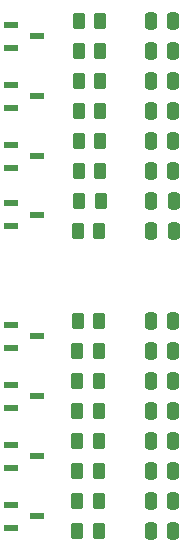
<source format=gtp>
%TF.GenerationSoftware,KiCad,Pcbnew,8.0.7*%
%TF.CreationDate,2025-04-25T11:02:29+02:00*%
%TF.ProjectId,Signal Protection,5369676e-616c-4205-9072-6f7465637469,V1*%
%TF.SameCoordinates,Original*%
%TF.FileFunction,Paste,Top*%
%TF.FilePolarity,Positive*%
%FSLAX46Y46*%
G04 Gerber Fmt 4.6, Leading zero omitted, Abs format (unit mm)*
G04 Created by KiCad (PCBNEW 8.0.7) date 2025-04-25 11:02:29*
%MOMM*%
%LPD*%
G01*
G04 APERTURE LIST*
G04 Aperture macros list*
%AMRoundRect*
0 Rectangle with rounded corners*
0 $1 Rounding radius*
0 $2 $3 $4 $5 $6 $7 $8 $9 X,Y pos of 4 corners*
0 Add a 4 corners polygon primitive as box body*
4,1,4,$2,$3,$4,$5,$6,$7,$8,$9,$2,$3,0*
0 Add four circle primitives for the rounded corners*
1,1,$1+$1,$2,$3*
1,1,$1+$1,$4,$5*
1,1,$1+$1,$6,$7*
1,1,$1+$1,$8,$9*
0 Add four rect primitives between the rounded corners*
20,1,$1+$1,$2,$3,$4,$5,0*
20,1,$1+$1,$4,$5,$6,$7,0*
20,1,$1+$1,$6,$7,$8,$9,0*
20,1,$1+$1,$8,$9,$2,$3,0*%
G04 Aperture macros list end*
%ADD10RoundRect,0.250000X0.262500X0.450000X-0.262500X0.450000X-0.262500X-0.450000X0.262500X-0.450000X0*%
%ADD11R,1.150000X0.600000*%
%ADD12RoundRect,0.250000X-0.250000X-0.475000X0.250000X-0.475000X0.250000X0.475000X-0.250000X0.475000X0*%
G04 APERTURE END LIST*
D10*
%TO.C,R11*%
X12215500Y-30490000D03*
X10390500Y-30490000D03*
%TD*%
D11*
%TO.C,D6*%
X4785000Y-33330000D03*
X4785000Y-35250000D03*
X6985000Y-34290000D03*
%TD*%
D12*
%TO.C,C16*%
X16615500Y-45720000D03*
X18515500Y-45720000D03*
%TD*%
%TO.C,C4*%
X16615499Y-10160000D03*
X18515499Y-10160000D03*
%TD*%
D10*
%TO.C,R3*%
X12215500Y-35560000D03*
X10390500Y-35560000D03*
%TD*%
D12*
%TO.C,C15*%
X16615500Y-43180000D03*
X18515500Y-43180000D03*
%TD*%
D10*
%TO.C,R14*%
X12342500Y-12700000D03*
X10517500Y-12700000D03*
%TD*%
%TO.C,R10*%
X12342500Y-15250000D03*
X10517500Y-15250000D03*
%TD*%
D11*
%TO.C,D1*%
X4785000Y-2850000D03*
X4785000Y-4770000D03*
X6985000Y-3810000D03*
%TD*%
D10*
%TO.C,R6*%
X12366000Y-17780000D03*
X10541000Y-17780000D03*
%TD*%
D12*
%TO.C,C10*%
X16615500Y-30480000D03*
X18515500Y-30480000D03*
%TD*%
%TO.C,C5*%
X16615500Y-12700000D03*
X18515500Y-12700000D03*
%TD*%
%TO.C,C9*%
X16615500Y-27940000D03*
X18515500Y-27940000D03*
%TD*%
%TO.C,C8*%
X18539000Y-20320000D03*
X16639000Y-20320000D03*
%TD*%
D11*
%TO.C,D3*%
X4785000Y-13010000D03*
X4785000Y-14930000D03*
X6985000Y-13970000D03*
%TD*%
D12*
%TO.C,C12*%
X16615500Y-35560000D03*
X18515500Y-35560000D03*
%TD*%
%TO.C,C7*%
X16639000Y-17790000D03*
X18539000Y-17790000D03*
%TD*%
D11*
%TO.C,D8*%
X4785000Y-43490000D03*
X4785000Y-45410000D03*
X6985000Y-44450000D03*
%TD*%
D10*
%TO.C,R9*%
X12342500Y-5080000D03*
X10517500Y-5080000D03*
%TD*%
D11*
%TO.C,D4*%
X4785000Y-17963000D03*
X4785000Y-19883000D03*
X6985000Y-18923000D03*
%TD*%
%TO.C,D7*%
X4785000Y-38410000D03*
X4785000Y-40330000D03*
X6985000Y-39370000D03*
%TD*%
D12*
%TO.C,C2*%
X16615500Y-5080000D03*
X18515500Y-5080000D03*
%TD*%
D10*
%TO.C,R12*%
X12215500Y-40640000D03*
X10390500Y-40640000D03*
%TD*%
D12*
%TO.C,C1*%
X16615500Y-2540000D03*
X18515500Y-2540000D03*
%TD*%
D10*
%TO.C,R2*%
X10414000Y-20320000D03*
X12239000Y-20320000D03*
%TD*%
%TO.C,R7*%
X12215500Y-33030000D03*
X10390500Y-33030000D03*
%TD*%
D12*
%TO.C,C3*%
X16615498Y-7620000D03*
X18515498Y-7620000D03*
%TD*%
D10*
%TO.C,R8*%
X12215500Y-43180000D03*
X10390500Y-43180000D03*
%TD*%
%TO.C,R13*%
X12342500Y-2540000D03*
X10517500Y-2540000D03*
%TD*%
D11*
%TO.C,D2*%
X4785000Y-7930000D03*
X4785000Y-9850000D03*
X6985000Y-8890000D03*
%TD*%
D12*
%TO.C,C13*%
X16615500Y-38100000D03*
X18515500Y-38100000D03*
%TD*%
D10*
%TO.C,R4*%
X12215500Y-45720000D03*
X10390500Y-45720000D03*
%TD*%
%TO.C,R1*%
X12342500Y-10160000D03*
X10517500Y-10160000D03*
%TD*%
%TO.C,R16*%
X12215500Y-38100000D03*
X10390500Y-38100000D03*
%TD*%
%TO.C,R15*%
X12239000Y-27940000D03*
X10414000Y-27940000D03*
%TD*%
D12*
%TO.C,C6*%
X16615500Y-15240000D03*
X18515500Y-15240000D03*
%TD*%
%TO.C,C11*%
X16615500Y-33020000D03*
X18515500Y-33020000D03*
%TD*%
D11*
%TO.C,D5*%
X4785000Y-28250000D03*
X4785000Y-30170000D03*
X6985000Y-29210000D03*
%TD*%
D10*
%TO.C,R5*%
X12342500Y-7630000D03*
X10517500Y-7630000D03*
%TD*%
D12*
%TO.C,C14*%
X16615500Y-40640000D03*
X18515500Y-40640000D03*
%TD*%
M02*

</source>
